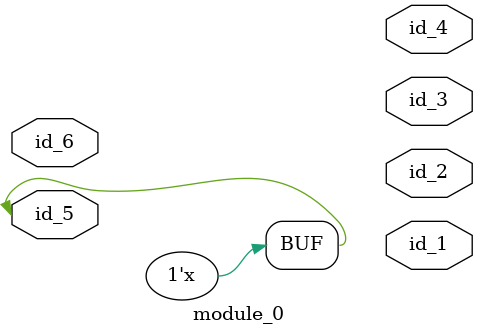
<source format=v>
`timescale 1ps / 1 ps
module module_0 (
    id_1,
    id_2,
    id_3,
    id_4,
    id_5,
    id_6
);
  input id_6;
  inout id_5;
  output id_4;
  output id_3;
  output id_2;
  output id_1;
  assign id_5 = id_5[1];
endmodule

</source>
